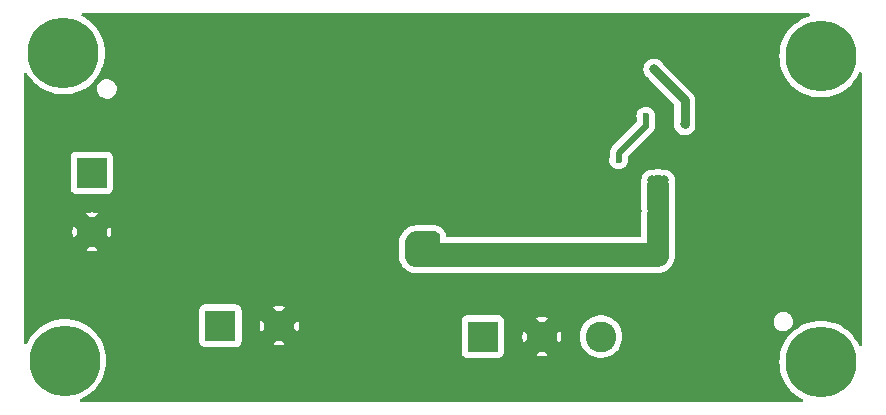
<source format=gbl>
G04 #@! TF.GenerationSoftware,KiCad,Pcbnew,7.0.8*
G04 #@! TF.CreationDate,2023-11-17T13:56:21+01:00*
G04 #@! TF.ProjectId,shmoergh-dual-rail-psu,73686d6f-6572-4676-982d-6475616c2d72,rev?*
G04 #@! TF.SameCoordinates,Original*
G04 #@! TF.FileFunction,Copper,L4,Bot*
G04 #@! TF.FilePolarity,Positive*
%FSLAX46Y46*%
G04 Gerber Fmt 4.6, Leading zero omitted, Abs format (unit mm)*
G04 Created by KiCad (PCBNEW 7.0.8) date 2023-11-17 13:56:21*
%MOMM*%
%LPD*%
G01*
G04 APERTURE LIST*
G04 #@! TA.AperFunction,ComponentPad*
%ADD10C,6.000000*%
G04 #@! TD*
G04 #@! TA.AperFunction,SMDPad,CuDef*
%ADD11R,2.950000X4.500000*%
G04 #@! TD*
G04 #@! TA.AperFunction,ComponentPad*
%ADD12R,2.600000X2.600000*%
G04 #@! TD*
G04 #@! TA.AperFunction,ComponentPad*
%ADD13C,2.600000*%
G04 #@! TD*
G04 #@! TA.AperFunction,ViaPad*
%ADD14C,0.800000*%
G04 #@! TD*
G04 #@! TA.AperFunction,ViaPad*
%ADD15C,0.600000*%
G04 #@! TD*
G04 #@! TA.AperFunction,ViaPad*
%ADD16C,1.000000*%
G04 #@! TD*
G04 #@! TA.AperFunction,Conductor*
%ADD17C,0.750000*%
G04 #@! TD*
G04 #@! TA.AperFunction,Conductor*
%ADD18C,0.500000*%
G04 #@! TD*
G04 APERTURE END LIST*
D10*
X86487000Y-44577000D03*
X86487000Y-18669000D03*
X22352000Y-18415000D03*
X22479000Y-44450000D03*
D11*
X47583600Y-20131400D03*
D12*
X24765000Y-28556000D03*
D13*
X24765000Y-33556000D03*
D12*
X35640000Y-41506000D03*
D13*
X40640000Y-41506000D03*
D12*
X57865000Y-42418000D03*
D13*
X62865000Y-42418000D03*
X67865000Y-42418000D03*
D14*
X84855000Y-22606000D03*
X87346646Y-31768000D03*
X87346646Y-24148000D03*
X87200646Y-38989000D03*
X87346646Y-22479000D03*
X87256646Y-29256000D03*
X87256646Y-26756000D03*
X87256646Y-36756000D03*
X87256646Y-34256000D03*
X26543000Y-17653000D03*
D15*
X67765000Y-24206000D03*
X67765000Y-23356000D03*
X68615000Y-23356000D03*
X69465000Y-23356000D03*
X69465000Y-24206000D03*
X69465000Y-25056000D03*
X68615000Y-25056000D03*
X67765000Y-25056000D03*
D14*
X56715000Y-25506000D03*
X56890000Y-24206000D03*
X60190000Y-22956000D03*
X63640000Y-21781000D03*
X62590000Y-19356000D03*
X66590000Y-17331000D03*
X78815000Y-27356000D03*
X80790000Y-27881000D03*
X80940000Y-25156000D03*
X80940000Y-24256000D03*
X77515000Y-24256000D03*
X77515000Y-25156000D03*
X68715000Y-32906000D03*
X68815000Y-31756000D03*
X52340000Y-43181000D03*
X30090000Y-43331000D03*
X29765000Y-16256000D03*
X32265000Y-16256000D03*
X34765000Y-16256000D03*
X37265000Y-16256000D03*
X59765000Y-16256000D03*
X62265000Y-16256000D03*
X64765000Y-16256000D03*
X67265000Y-16256000D03*
X69765000Y-16256000D03*
X72265000Y-16256000D03*
X74765000Y-16256000D03*
X77265000Y-16256000D03*
X79765000Y-16256000D03*
X82265000Y-16256000D03*
X20265000Y-26756000D03*
X20265000Y-41021000D03*
X20265000Y-39256000D03*
X20265000Y-36756000D03*
X20265000Y-34256000D03*
X20265000Y-29256000D03*
X20265000Y-24256000D03*
X20265000Y-21756000D03*
X32265000Y-45756000D03*
X34765000Y-45756000D03*
X52265000Y-45756000D03*
X82265000Y-45756000D03*
X39765000Y-45756000D03*
X42265000Y-45756000D03*
X64765000Y-45756000D03*
X59765000Y-45756000D03*
X47265000Y-45756000D03*
X49765000Y-45756000D03*
X54765000Y-45756000D03*
X67265000Y-45756000D03*
X27265000Y-45756000D03*
X37265000Y-45756000D03*
X44765000Y-45756000D03*
X69765000Y-45756000D03*
X57265000Y-45756000D03*
X62265000Y-45756000D03*
X79765000Y-45756000D03*
X29765000Y-45756000D03*
X66915000Y-28706000D03*
X68015000Y-28706000D03*
X66915000Y-29756000D03*
X68015000Y-29756000D03*
X66915000Y-30806000D03*
X68015000Y-30806000D03*
X29765000Y-19256000D03*
X29765000Y-21756000D03*
X29765000Y-24256000D03*
X27265000Y-24256000D03*
X24765000Y-24256000D03*
X27686000Y-21844000D03*
X27265000Y-19256000D03*
X24257000Y-22606000D03*
X24765000Y-36756000D03*
X24765000Y-39256000D03*
X32265000Y-31756000D03*
X57265000Y-19256000D03*
X59765000Y-19256000D03*
X59765000Y-21756000D03*
X57265000Y-21756000D03*
X82265000Y-26756000D03*
X84765000Y-34256000D03*
X84765000Y-36756000D03*
X32265000Y-36756000D03*
X84765000Y-26756000D03*
X84765000Y-29256000D03*
X39765000Y-16256000D03*
X57265000Y-16256000D03*
X54765000Y-16256000D03*
X43815000Y-19506000D03*
X41465000Y-19806000D03*
X41465000Y-17706000D03*
X42765000Y-18756000D03*
X46565000Y-18306000D03*
X48665000Y-18306000D03*
X46565000Y-19506000D03*
X48665000Y-19506000D03*
X48665000Y-20806000D03*
X46565000Y-20806000D03*
X46565000Y-22056000D03*
X48665000Y-22056000D03*
X48865000Y-16606000D03*
X50015000Y-16606000D03*
X38315000Y-28306000D03*
X35815000Y-28306000D03*
X37065000Y-26106000D03*
X37065000Y-30506000D03*
X36165000Y-24356000D03*
X37965000Y-24356000D03*
X37065000Y-22456000D03*
X56715000Y-26706000D03*
X70915000Y-31756000D03*
X46415000Y-44056000D03*
X48115000Y-44056000D03*
X76265000Y-39256000D03*
X77665000Y-36106000D03*
X77665000Y-34256000D03*
X22465000Y-24256000D03*
X22465000Y-22606000D03*
X22465000Y-36756000D03*
X22465000Y-38608000D03*
X24765000Y-41021000D03*
X77665000Y-30906000D03*
X35865000Y-21556000D03*
X33515000Y-20756000D03*
X82823000Y-21862000D03*
X82931000Y-31768000D03*
X82931000Y-29228000D03*
X71501000Y-37592000D03*
X82315000Y-18560000D03*
X85598000Y-40640000D03*
X88392000Y-40640000D03*
X84709000Y-38989000D03*
X27265000Y-16256000D03*
X82931000Y-39116000D03*
X22606000Y-40386000D03*
X82931000Y-36703000D03*
X71373900Y-45720800D03*
X84855000Y-24148000D03*
X73787000Y-39370000D03*
X82823000Y-24148000D03*
D15*
X68615000Y-24206000D03*
D14*
X73787000Y-37592000D03*
X82423000Y-43688000D03*
X76454000Y-37592000D03*
X71501000Y-39370000D03*
X82931000Y-34308000D03*
X84855000Y-31768000D03*
X74965000Y-24456000D03*
X72365000Y-19793500D03*
D16*
X52015000Y-34256000D03*
D14*
X73215000Y-30206000D03*
X72190000Y-30206000D03*
D16*
X53515000Y-34256000D03*
D14*
X72190000Y-29181000D03*
D16*
X52015000Y-35756000D03*
D14*
X73215000Y-29181000D03*
D16*
X53515000Y-35756000D03*
D15*
X71665000Y-24556000D03*
X71665000Y-23756000D03*
X69365000Y-27456000D03*
D17*
X74965000Y-22393500D02*
X72365000Y-19793500D01*
X74965000Y-24456000D02*
X74965000Y-22393500D01*
D18*
X69365000Y-27456000D02*
X69365000Y-26856000D01*
X71665000Y-24556000D02*
X71665000Y-23756000D01*
X69365000Y-26856000D02*
X71665000Y-24556000D01*
G04 #@! TA.AperFunction,Conductor*
G36*
X72858109Y-28772557D02*
G01*
X72882326Y-28777373D01*
X73032106Y-28822808D01*
X73054925Y-28832261D01*
X73192958Y-28906041D01*
X73213490Y-28919759D01*
X73334482Y-29019054D01*
X73351945Y-29036517D01*
X73451238Y-29157507D01*
X73464958Y-29178041D01*
X73538738Y-29316074D01*
X73548191Y-29338894D01*
X73593624Y-29488667D01*
X73598442Y-29512892D01*
X73614696Y-29677915D01*
X73615000Y-29684094D01*
X73615000Y-35552905D01*
X73614696Y-35559084D01*
X73597001Y-35738738D01*
X73592183Y-35762962D01*
X73542482Y-35926808D01*
X73533029Y-35949629D01*
X73452318Y-36100627D01*
X73438595Y-36121165D01*
X73329979Y-36253514D01*
X73312514Y-36270979D01*
X73180165Y-36379595D01*
X73159627Y-36393318D01*
X73008629Y-36474029D01*
X72985808Y-36483482D01*
X72821962Y-36533183D01*
X72797738Y-36538001D01*
X72618085Y-36555696D01*
X72611906Y-36556000D01*
X52268094Y-36556000D01*
X52261915Y-36555696D01*
X52082261Y-36538001D01*
X52058037Y-36533183D01*
X51894191Y-36483482D01*
X51871372Y-36474030D01*
X51823011Y-36448180D01*
X51720372Y-36393318D01*
X51699834Y-36379595D01*
X51567485Y-36270979D01*
X51550020Y-36253514D01*
X51441404Y-36121165D01*
X51427681Y-36100627D01*
X51414064Y-36075153D01*
X51346967Y-35949622D01*
X51337520Y-35926815D01*
X51287815Y-35762959D01*
X51282998Y-35738737D01*
X51265304Y-35559084D01*
X51265000Y-35552905D01*
X51265000Y-34509094D01*
X51265304Y-34502915D01*
X51282998Y-34323262D01*
X51287814Y-34299042D01*
X51337521Y-34135181D01*
X51346965Y-34112380D01*
X51427682Y-33961369D01*
X51441398Y-33940842D01*
X51550025Y-33808479D01*
X51567479Y-33791025D01*
X51699842Y-33682398D01*
X51720369Y-33668682D01*
X51871380Y-33587965D01*
X51894181Y-33578521D01*
X52058042Y-33528814D01*
X52082257Y-33523998D01*
X52214385Y-33510985D01*
X52261915Y-33506304D01*
X52268094Y-33506000D01*
X53760867Y-33506000D01*
X53769090Y-33506538D01*
X53877964Y-33520871D01*
X53909731Y-33529383D01*
X53999675Y-33566639D01*
X54028160Y-33583085D01*
X54105393Y-33642349D01*
X54128650Y-33665606D01*
X54187914Y-33742839D01*
X54204361Y-33771326D01*
X54241615Y-33861265D01*
X54250128Y-33893037D01*
X54265000Y-34006000D01*
X54265000Y-34506000D01*
X70764991Y-34506000D01*
X70765000Y-34506000D01*
X71765000Y-34506000D01*
X71765000Y-32074005D01*
X71771167Y-32035068D01*
X71800674Y-31944255D01*
X71820460Y-31756000D01*
X71800674Y-31567744D01*
X71771167Y-31476930D01*
X71765000Y-31437994D01*
X71765000Y-29684094D01*
X71765304Y-29677915D01*
X71781557Y-29512893D01*
X71781558Y-29512892D01*
X71781557Y-29512888D01*
X71786373Y-29488675D01*
X71831809Y-29338889D01*
X71841261Y-29316074D01*
X71858833Y-29283197D01*
X71915044Y-29178035D01*
X71928756Y-29157513D01*
X72028059Y-29036511D01*
X72045511Y-29019059D01*
X72166513Y-28919756D01*
X72187035Y-28906044D01*
X72325074Y-28832261D01*
X72347889Y-28822809D01*
X72497675Y-28777373D01*
X72521888Y-28772557D01*
X72677654Y-28757216D01*
X72702346Y-28757216D01*
X72858109Y-28772557D01*
G37*
G04 #@! TD.AperFunction*
G04 #@! TA.AperFunction,Conductor*
G36*
X85502566Y-15045462D02*
G01*
X85557104Y-15100000D01*
X85577066Y-15174500D01*
X85557104Y-15249000D01*
X85502566Y-15303538D01*
X85466630Y-15318423D01*
X85403805Y-15335256D01*
X85403784Y-15335263D01*
X85061277Y-15466739D01*
X85061261Y-15466746D01*
X84734354Y-15633314D01*
X84734341Y-15633321D01*
X84426634Y-15833148D01*
X84141490Y-16064054D01*
X83882054Y-16323490D01*
X83651148Y-16608634D01*
X83451321Y-16916341D01*
X83451314Y-16916354D01*
X83284746Y-17243261D01*
X83284739Y-17243277D01*
X83153263Y-17585784D01*
X83153256Y-17585805D01*
X83058297Y-17940197D01*
X83058296Y-17940199D01*
X83000897Y-18302601D01*
X82981696Y-18669000D01*
X83000897Y-19035398D01*
X83058296Y-19397800D01*
X83058297Y-19397802D01*
X83153256Y-19752194D01*
X83153263Y-19752215D01*
X83284739Y-20094722D01*
X83284746Y-20094738D01*
X83451314Y-20421645D01*
X83451321Y-20421658D01*
X83637577Y-20708467D01*
X83651149Y-20729366D01*
X83882051Y-21014506D01*
X84141494Y-21273949D01*
X84208858Y-21328499D01*
X84426634Y-21504851D01*
X84734341Y-21704678D01*
X84734345Y-21704680D01*
X84734348Y-21704682D01*
X85061264Y-21871255D01*
X85061276Y-21871259D01*
X85061277Y-21871260D01*
X85403784Y-22002736D01*
X85403794Y-22002739D01*
X85403801Y-22002742D01*
X85758206Y-22097705D01*
X86120596Y-22155102D01*
X86487000Y-22174304D01*
X86853404Y-22155102D01*
X87215794Y-22097705D01*
X87570199Y-22002742D01*
X87912736Y-21871255D01*
X88239652Y-21704682D01*
X88547366Y-21504851D01*
X88832506Y-21273949D01*
X89091949Y-21014506D01*
X89322851Y-20729366D01*
X89522682Y-20421652D01*
X89689255Y-20094736D01*
X89689266Y-20094707D01*
X89689380Y-20094454D01*
X89689428Y-20094393D01*
X89691026Y-20091259D01*
X89691692Y-20091598D01*
X89737917Y-20034513D01*
X89809921Y-20006871D01*
X89886100Y-20018934D01*
X89946041Y-20067471D01*
X89973683Y-20139475D01*
X89974500Y-20155054D01*
X89974500Y-43090945D01*
X89954538Y-43165445D01*
X89900000Y-43219983D01*
X89825500Y-43239945D01*
X89751000Y-43219983D01*
X89696462Y-43165445D01*
X89689386Y-43151558D01*
X89689259Y-43151274D01*
X89689258Y-43151272D01*
X89689255Y-43151264D01*
X89522682Y-42824348D01*
X89522680Y-42824345D01*
X89522678Y-42824341D01*
X89322851Y-42516634D01*
X89091949Y-42231494D01*
X88832506Y-41972051D01*
X88547366Y-41741149D01*
X88547367Y-41741149D01*
X88547365Y-41741148D01*
X88239658Y-41541321D01*
X88239645Y-41541314D01*
X87912738Y-41374746D01*
X87912722Y-41374739D01*
X87570215Y-41243263D01*
X87570194Y-41243256D01*
X87215802Y-41148297D01*
X87215800Y-41148296D01*
X86853398Y-41090897D01*
X86487000Y-41071696D01*
X86120601Y-41090897D01*
X85758199Y-41148296D01*
X85758197Y-41148297D01*
X85403805Y-41243256D01*
X85403784Y-41243263D01*
X85061277Y-41374739D01*
X85061261Y-41374746D01*
X84734354Y-41541314D01*
X84734341Y-41541321D01*
X84426634Y-41741148D01*
X84141490Y-41972054D01*
X83882054Y-42231490D01*
X83651148Y-42516634D01*
X83451321Y-42824341D01*
X83451314Y-42824354D01*
X83284746Y-43151261D01*
X83284739Y-43151277D01*
X83153263Y-43493784D01*
X83153256Y-43493805D01*
X83058297Y-43848197D01*
X83058296Y-43848199D01*
X83000897Y-44210601D01*
X82981696Y-44577000D01*
X83000897Y-44943398D01*
X83058296Y-45305800D01*
X83058297Y-45305802D01*
X83153256Y-45660194D01*
X83153263Y-45660215D01*
X83284739Y-46002722D01*
X83284746Y-46002738D01*
X83451314Y-46329645D01*
X83451321Y-46329658D01*
X83651148Y-46637365D01*
X83651149Y-46637366D01*
X83882051Y-46922506D01*
X84141494Y-47181949D01*
X84426634Y-47412851D01*
X84734341Y-47612678D01*
X84734354Y-47612685D01*
X84891470Y-47692740D01*
X84948787Y-47744349D01*
X84972621Y-47817702D01*
X84956585Y-47893145D01*
X84904976Y-47950462D01*
X84831623Y-47974296D01*
X84823825Y-47974500D01*
X23869190Y-47974500D01*
X23794690Y-47954538D01*
X23740152Y-47900000D01*
X23720190Y-47825500D01*
X23740152Y-47751000D01*
X23794690Y-47696462D01*
X23815783Y-47686400D01*
X23904736Y-47652255D01*
X24231652Y-47485682D01*
X24539366Y-47285851D01*
X24824506Y-47054949D01*
X25083949Y-46795506D01*
X25314851Y-46510366D01*
X25514682Y-46202652D01*
X25681255Y-45875736D01*
X25812742Y-45533199D01*
X25907705Y-45178794D01*
X25965102Y-44816404D01*
X25984304Y-44450000D01*
X25965102Y-44083596D01*
X25914778Y-43765863D01*
X56064500Y-43765863D01*
X56064502Y-43765888D01*
X56070908Y-43825478D01*
X56070909Y-43825484D01*
X56121202Y-43960329D01*
X56121204Y-43960333D01*
X56207452Y-44075544D01*
X56207455Y-44075547D01*
X56322666Y-44161795D01*
X56322670Y-44161797D01*
X56457517Y-44212091D01*
X56517114Y-44218499D01*
X56517118Y-44218499D01*
X56517127Y-44218500D01*
X59212872Y-44218499D01*
X59272483Y-44212091D01*
X59368447Y-44176298D01*
X59407329Y-44161797D01*
X59407333Y-44161795D01*
X59464938Y-44118671D01*
X59522546Y-44075546D01*
X59585017Y-43992096D01*
X59585451Y-43991516D01*
X62352143Y-43991516D01*
X62353544Y-43992095D01*
X62606077Y-44052723D01*
X62865000Y-44073101D01*
X63123922Y-44052723D01*
X63376452Y-43992096D01*
X63376457Y-43992095D01*
X63377854Y-43991516D01*
X62865000Y-43478660D01*
X62352143Y-43991516D01*
X59585451Y-43991516D01*
X59608795Y-43960333D01*
X59608797Y-43960329D01*
X59657542Y-43829635D01*
X59659091Y-43825483D01*
X59660823Y-43809370D01*
X59665499Y-43765885D01*
X59665499Y-43765882D01*
X59665500Y-43765873D01*
X59665499Y-42418000D01*
X61209898Y-42418000D01*
X61230276Y-42676922D01*
X61290903Y-42929453D01*
X61290906Y-42929462D01*
X61291482Y-42930854D01*
X61291483Y-42930854D01*
X61804338Y-42417999D01*
X61763201Y-42376862D01*
X62211127Y-42376862D01*
X62221439Y-42540766D01*
X62272188Y-42696956D01*
X62360186Y-42835619D01*
X62479903Y-42948040D01*
X62623817Y-43027158D01*
X62782886Y-43068000D01*
X62905894Y-43068000D01*
X63027933Y-43052583D01*
X63180629Y-42992126D01*
X63313492Y-42895595D01*
X63418175Y-42769055D01*
X63488100Y-42620457D01*
X63518873Y-42459138D01*
X63516285Y-42417999D01*
X63925660Y-42417999D01*
X64438516Y-42930854D01*
X64439095Y-42929457D01*
X64439096Y-42929452D01*
X64499723Y-42676922D01*
X64520101Y-42418005D01*
X66059451Y-42418005D01*
X66079615Y-42687090D01*
X66079618Y-42687113D01*
X66139663Y-42950187D01*
X66139665Y-42950194D01*
X66218586Y-43151277D01*
X66238257Y-43201398D01*
X66373185Y-43435102D01*
X66373189Y-43435107D01*
X66419982Y-43493784D01*
X66541439Y-43646085D01*
X66739259Y-43829635D01*
X66962226Y-43981651D01*
X67205359Y-44098738D01*
X67463228Y-44178280D01*
X67730071Y-44218500D01*
X67730074Y-44218500D01*
X67999926Y-44218500D01*
X67999929Y-44218500D01*
X68266772Y-44178280D01*
X68524641Y-44098738D01*
X68767775Y-43981651D01*
X68990741Y-43829635D01*
X69188561Y-43646085D01*
X69356815Y-43435102D01*
X69491743Y-43201398D01*
X69590334Y-42950195D01*
X69590826Y-42948040D01*
X69650381Y-42687113D01*
X69650381Y-42687110D01*
X69650383Y-42687103D01*
X69663158Y-42516634D01*
X69670549Y-42418005D01*
X69670549Y-42417994D01*
X69650384Y-42148909D01*
X69650383Y-42148907D01*
X69650383Y-42148897D01*
X69650381Y-42148891D01*
X69650381Y-42148886D01*
X69590336Y-41885812D01*
X69590334Y-41885805D01*
X69542890Y-41764922D01*
X69491743Y-41634602D01*
X69356815Y-41400898D01*
X69188561Y-41189915D01*
X69094879Y-41102991D01*
X82481844Y-41102991D01*
X82491577Y-41282495D01*
X82491577Y-41282499D01*
X82491578Y-41282501D01*
X82517190Y-41374746D01*
X82539672Y-41455720D01*
X82539672Y-41455721D01*
X82623881Y-41614556D01*
X82623882Y-41614558D01*
X82740262Y-41751571D01*
X82740265Y-41751574D01*
X82815600Y-41808842D01*
X82879022Y-41857055D01*
X82883382Y-41860369D01*
X83046541Y-41935854D01*
X83222113Y-41974500D01*
X83222118Y-41974500D01*
X83356807Y-41974500D01*
X83356816Y-41974500D01*
X83490721Y-41959937D01*
X83598510Y-41923619D01*
X83661083Y-41902536D01*
X83661090Y-41902532D01*
X83815121Y-41809854D01*
X83815120Y-41809854D01*
X83815126Y-41809851D01*
X83945642Y-41686220D01*
X84046529Y-41537423D01*
X84113070Y-41370416D01*
X84142155Y-41193010D01*
X84132422Y-41013499D01*
X84084327Y-40840277D01*
X84000119Y-40681444D01*
X84000117Y-40681442D01*
X84000117Y-40681441D01*
X83883737Y-40544428D01*
X83883736Y-40544427D01*
X83883735Y-40544426D01*
X83807068Y-40486145D01*
X83740620Y-40435632D01*
X83740616Y-40435630D01*
X83577459Y-40360146D01*
X83401887Y-40321500D01*
X83267184Y-40321500D01*
X83267183Y-40321500D01*
X83133275Y-40336063D01*
X83133273Y-40336064D01*
X82962916Y-40393463D01*
X82962909Y-40393467D01*
X82808878Y-40486145D01*
X82747349Y-40544428D01*
X82678358Y-40609780D01*
X82577471Y-40758577D01*
X82577469Y-40758579D01*
X82577469Y-40758581D01*
X82510930Y-40925583D01*
X82481845Y-41102990D01*
X82481844Y-41102991D01*
X69094879Y-41102991D01*
X68990741Y-41006365D01*
X68767775Y-40854349D01*
X68767772Y-40854348D01*
X68767770Y-40854346D01*
X68524650Y-40737266D01*
X68524646Y-40737264D01*
X68524641Y-40737262D01*
X68524633Y-40737259D01*
X68524629Y-40737258D01*
X68266777Y-40657721D01*
X68266773Y-40657720D01*
X67999932Y-40617500D01*
X67999929Y-40617500D01*
X67730071Y-40617500D01*
X67730067Y-40617500D01*
X67463226Y-40657720D01*
X67463222Y-40657721D01*
X67205370Y-40737258D01*
X67205349Y-40737266D01*
X66962227Y-40854348D01*
X66739259Y-41006364D01*
X66541438Y-41189915D01*
X66373189Y-41400892D01*
X66373184Y-41400900D01*
X66238257Y-41634601D01*
X66238255Y-41634606D01*
X66139665Y-41885805D01*
X66139663Y-41885812D01*
X66079618Y-42148886D01*
X66079615Y-42148909D01*
X66059451Y-42417994D01*
X66059451Y-42418005D01*
X64520101Y-42418005D01*
X64520101Y-42418000D01*
X64499723Y-42159077D01*
X64439095Y-41906544D01*
X64438515Y-41905143D01*
X63925660Y-42417999D01*
X63516285Y-42417999D01*
X63508561Y-42295234D01*
X63457812Y-42139044D01*
X63369814Y-42000381D01*
X63250097Y-41887960D01*
X63106183Y-41808842D01*
X62947114Y-41768000D01*
X62824106Y-41768000D01*
X62702067Y-41783417D01*
X62549371Y-41843874D01*
X62416508Y-41940405D01*
X62311825Y-42066945D01*
X62241900Y-42215543D01*
X62211127Y-42376862D01*
X61763201Y-42376862D01*
X61291483Y-41905144D01*
X61290901Y-41906553D01*
X61230276Y-42159077D01*
X61209898Y-42418000D01*
X59665499Y-42418000D01*
X59665499Y-41070128D01*
X59659091Y-41010517D01*
X59641703Y-40963897D01*
X59608797Y-40875670D01*
X59608795Y-40875666D01*
X59585451Y-40844483D01*
X62352144Y-40844483D01*
X62864999Y-41357338D01*
X63377854Y-40844483D01*
X63377854Y-40844482D01*
X63376462Y-40843906D01*
X63376453Y-40843903D01*
X63123922Y-40783276D01*
X62865000Y-40762898D01*
X62606077Y-40783276D01*
X62353553Y-40843901D01*
X62352144Y-40844483D01*
X59585451Y-40844483D01*
X59522547Y-40760455D01*
X59522544Y-40760452D01*
X59407333Y-40674204D01*
X59407329Y-40674202D01*
X59272482Y-40623908D01*
X59212876Y-40617500D01*
X56517136Y-40617500D01*
X56517111Y-40617502D01*
X56457521Y-40623908D01*
X56457515Y-40623909D01*
X56322670Y-40674202D01*
X56322666Y-40674204D01*
X56207455Y-40760452D01*
X56207452Y-40760455D01*
X56121204Y-40875666D01*
X56121202Y-40875670D01*
X56070908Y-41010517D01*
X56064500Y-41070114D01*
X56064500Y-43765863D01*
X25914778Y-43765863D01*
X25907705Y-43721206D01*
X25812742Y-43366801D01*
X25812739Y-43366794D01*
X25812736Y-43366784D01*
X25681260Y-43024277D01*
X25681259Y-43024276D01*
X25681255Y-43024264D01*
X25594431Y-42853863D01*
X33839500Y-42853863D01*
X33839502Y-42853888D01*
X33845908Y-42913478D01*
X33845909Y-42913484D01*
X33896202Y-43048329D01*
X33896204Y-43048333D01*
X33982452Y-43163544D01*
X33982455Y-43163547D01*
X34097666Y-43249795D01*
X34097670Y-43249797D01*
X34232517Y-43300091D01*
X34292114Y-43306499D01*
X34292118Y-43306499D01*
X34292127Y-43306500D01*
X36987872Y-43306499D01*
X37047483Y-43300091D01*
X37143447Y-43264298D01*
X37182329Y-43249797D01*
X37182333Y-43249795D01*
X37295009Y-43165445D01*
X37297546Y-43163546D01*
X37360017Y-43080096D01*
X37360451Y-43079516D01*
X40127143Y-43079516D01*
X40128544Y-43080095D01*
X40381077Y-43140723D01*
X40640000Y-43161101D01*
X40898922Y-43140723D01*
X41151452Y-43080096D01*
X41151457Y-43080095D01*
X41152854Y-43079516D01*
X40640000Y-42566660D01*
X40127143Y-43079516D01*
X37360451Y-43079516D01*
X37383795Y-43048333D01*
X37383797Y-43048329D01*
X37420398Y-42950195D01*
X37434091Y-42913483D01*
X37436014Y-42895595D01*
X37440499Y-42853885D01*
X37440499Y-42853882D01*
X37440500Y-42853873D01*
X37440499Y-41506000D01*
X38984898Y-41506000D01*
X39005276Y-41764922D01*
X39065903Y-42017453D01*
X39065906Y-42017462D01*
X39066482Y-42018854D01*
X39066483Y-42018854D01*
X39579338Y-41505999D01*
X39538201Y-41464862D01*
X39986127Y-41464862D01*
X39996439Y-41628766D01*
X40047188Y-41784956D01*
X40135186Y-41923619D01*
X40254903Y-42036040D01*
X40398817Y-42115158D01*
X40557886Y-42156000D01*
X40680894Y-42156000D01*
X40802933Y-42140583D01*
X40955629Y-42080126D01*
X41088492Y-41983595D01*
X41193175Y-41857055D01*
X41263100Y-41708457D01*
X41293873Y-41547138D01*
X41291285Y-41505999D01*
X41700660Y-41505999D01*
X42213516Y-42018854D01*
X42214095Y-42017457D01*
X42214096Y-42017452D01*
X42274723Y-41764922D01*
X42295101Y-41506000D01*
X42274723Y-41247077D01*
X42214095Y-40994544D01*
X42213515Y-40993143D01*
X41700660Y-41505999D01*
X41291285Y-41505999D01*
X41283561Y-41383234D01*
X41232812Y-41227044D01*
X41144814Y-41088381D01*
X41025097Y-40975960D01*
X40881183Y-40896842D01*
X40722114Y-40856000D01*
X40599106Y-40856000D01*
X40477067Y-40871417D01*
X40324371Y-40931874D01*
X40191508Y-41028405D01*
X40086825Y-41154945D01*
X40016900Y-41303543D01*
X39986127Y-41464862D01*
X39538201Y-41464862D01*
X39066483Y-40993144D01*
X39065901Y-40994553D01*
X39005276Y-41247077D01*
X38984898Y-41506000D01*
X37440499Y-41506000D01*
X37440499Y-40158128D01*
X37434091Y-40098517D01*
X37419588Y-40059633D01*
X37383797Y-39963670D01*
X37383795Y-39963666D01*
X37360451Y-39932483D01*
X40127144Y-39932483D01*
X40639999Y-40445338D01*
X41152854Y-39932483D01*
X41152854Y-39932482D01*
X41151462Y-39931906D01*
X41151453Y-39931903D01*
X40898922Y-39871276D01*
X40640000Y-39850898D01*
X40381077Y-39871276D01*
X40128553Y-39931901D01*
X40127144Y-39932483D01*
X37360451Y-39932483D01*
X37297547Y-39848455D01*
X37297544Y-39848452D01*
X37182333Y-39762204D01*
X37182329Y-39762202D01*
X37047482Y-39711908D01*
X36987876Y-39705500D01*
X34292136Y-39705500D01*
X34292111Y-39705502D01*
X34232521Y-39711908D01*
X34232515Y-39711909D01*
X34097670Y-39762202D01*
X34097666Y-39762204D01*
X33982455Y-39848452D01*
X33982452Y-39848455D01*
X33896204Y-39963666D01*
X33896202Y-39963670D01*
X33845908Y-40098517D01*
X33839500Y-40158114D01*
X33839500Y-42853863D01*
X25594431Y-42853863D01*
X25514682Y-42697348D01*
X25514680Y-42697345D01*
X25514678Y-42697341D01*
X25314851Y-42389634D01*
X25238407Y-42295234D01*
X25083949Y-42104494D01*
X24824506Y-41845051D01*
X24564622Y-41634601D01*
X24539365Y-41614148D01*
X24231658Y-41414321D01*
X24231645Y-41414314D01*
X23904738Y-41247746D01*
X23904722Y-41247739D01*
X23562215Y-41116263D01*
X23562194Y-41116256D01*
X23207802Y-41021297D01*
X23207800Y-41021296D01*
X23158603Y-41013504D01*
X23026599Y-40992596D01*
X22845398Y-40963897D01*
X22479000Y-40944696D01*
X22112601Y-40963897D01*
X21750199Y-41021296D01*
X21750197Y-41021297D01*
X21395805Y-41116256D01*
X21395784Y-41116263D01*
X21053277Y-41247739D01*
X21053261Y-41247746D01*
X20726354Y-41414314D01*
X20726341Y-41414321D01*
X20418634Y-41614148D01*
X20133490Y-41845054D01*
X19874054Y-42104490D01*
X19643148Y-42389634D01*
X19443321Y-42697341D01*
X19443314Y-42697354D01*
X19363564Y-42853873D01*
X19314486Y-42950195D01*
X19307260Y-42964376D01*
X19255651Y-43021693D01*
X19182298Y-43045527D01*
X19106855Y-43029491D01*
X19049538Y-42977882D01*
X19025704Y-42904529D01*
X19025500Y-42896731D01*
X19025500Y-35559118D01*
X50759500Y-35559118D01*
X50759805Y-35571540D01*
X50760719Y-35590111D01*
X50761631Y-35602466D01*
X50781148Y-35800628D01*
X50784787Y-35825168D01*
X50789616Y-35849450D01*
X50794444Y-35873729D01*
X50800479Y-35897821D01*
X50857389Y-36085429D01*
X50865751Y-36108801D01*
X50865751Y-36108799D01*
X50884695Y-36154534D01*
X50895306Y-36176969D01*
X50895310Y-36176976D01*
X50895310Y-36176977D01*
X50920381Y-36223881D01*
X50987718Y-36349858D01*
X51000471Y-36371137D01*
X51027985Y-36412317D01*
X51027985Y-36412316D01*
X51042767Y-36432248D01*
X51042767Y-36432247D01*
X51042775Y-36432258D01*
X51167136Y-36583792D01*
X51183803Y-36602182D01*
X51218817Y-36637196D01*
X51237207Y-36653863D01*
X51388741Y-36778224D01*
X51388752Y-36778232D01*
X51388751Y-36778232D01*
X51403132Y-36788897D01*
X51408676Y-36793009D01*
X51408679Y-36793011D01*
X51408678Y-36793011D01*
X51449838Y-36820513D01*
X51449843Y-36820516D01*
X51449849Y-36820520D01*
X51471136Y-36833279D01*
X51597111Y-36900615D01*
X51644015Y-36925686D01*
X51644016Y-36925686D01*
X51644023Y-36925690D01*
X51666460Y-36936302D01*
X51666462Y-36936303D01*
X51712206Y-36955251D01*
X51712205Y-36955251D01*
X51726116Y-36960228D01*
X51735579Y-36963614D01*
X51735584Y-36963615D01*
X51735591Y-36963618D01*
X51923174Y-37020519D01*
X51947258Y-37026552D01*
X51995820Y-37036210D01*
X52020352Y-37039849D01*
X52020354Y-37039849D01*
X52020365Y-37039851D01*
X52218531Y-37059369D01*
X52230887Y-37060281D01*
X52249459Y-37061195D01*
X52261881Y-37061500D01*
X72618119Y-37061500D01*
X72630541Y-37061195D01*
X72649113Y-37060281D01*
X72661469Y-37059369D01*
X72859634Y-37039851D01*
X72859644Y-37039849D01*
X72859647Y-37039849D01*
X72884179Y-37036210D01*
X72932741Y-37026552D01*
X72956825Y-37020519D01*
X73144421Y-36963614D01*
X73161824Y-36957386D01*
X73167801Y-36955248D01*
X73167798Y-36955249D01*
X73194597Y-36944148D01*
X73213544Y-36936300D01*
X73235979Y-36925689D01*
X73235986Y-36925685D01*
X73235987Y-36925685D01*
X73408848Y-36833287D01*
X73408847Y-36833287D01*
X73408863Y-36833279D01*
X73430150Y-36820520D01*
X73430155Y-36820516D01*
X73430161Y-36820513D01*
X73471321Y-36793011D01*
X73471320Y-36793011D01*
X73471323Y-36793009D01*
X73476866Y-36788897D01*
X73491248Y-36778232D01*
X73491247Y-36778232D01*
X73491258Y-36778224D01*
X73642792Y-36653863D01*
X73661182Y-36637196D01*
X73696196Y-36602182D01*
X73712863Y-36583792D01*
X73837224Y-36432258D01*
X73837232Y-36432247D01*
X73837232Y-36432248D01*
X73852011Y-36412320D01*
X73852011Y-36412321D01*
X73879513Y-36371161D01*
X73879520Y-36371150D01*
X73892279Y-36349863D01*
X73984689Y-36176979D01*
X73995300Y-36154544D01*
X74001369Y-36139891D01*
X74014248Y-36108801D01*
X74016386Y-36102824D01*
X74022614Y-36085421D01*
X74079520Y-35897821D01*
X74085551Y-35873744D01*
X74085554Y-35873732D01*
X74095210Y-35825179D01*
X74095210Y-35825177D01*
X74095212Y-35825168D01*
X74098851Y-35800634D01*
X74118369Y-35602468D01*
X74119281Y-35590112D01*
X74120195Y-35571540D01*
X74120500Y-35559118D01*
X74120500Y-29677881D01*
X74120195Y-29665459D01*
X74119281Y-29646887D01*
X74118369Y-29634531D01*
X74100292Y-29450997D01*
X74097222Y-29430304D01*
X74101674Y-29377452D01*
X74099050Y-29376895D01*
X74100672Y-29369261D01*
X74100674Y-29369256D01*
X74120460Y-29181000D01*
X74100674Y-28992744D01*
X74042179Y-28812716D01*
X73947533Y-28648784D01*
X73947532Y-28648783D01*
X73947530Y-28648779D01*
X73820872Y-28508113D01*
X73667727Y-28396847D01*
X73494805Y-28319857D01*
X73494803Y-28319856D01*
X73374091Y-28294198D01*
X73309648Y-28280500D01*
X73309646Y-28280500D01*
X73120354Y-28280500D01*
X73120350Y-28280500D01*
X73077677Y-28289570D01*
X73010498Y-28288361D01*
X73003846Y-28286695D01*
X72993099Y-28284003D01*
X72993096Y-28284002D01*
X72960878Y-28277595D01*
X72944540Y-28274346D01*
X72920000Y-28270707D01*
X72739543Y-28252934D01*
X72739544Y-28252934D01*
X72733346Y-28252629D01*
X72714755Y-28251716D01*
X72665245Y-28251716D01*
X72640457Y-28252934D01*
X72552820Y-28261565D01*
X72459983Y-28270708D01*
X72459984Y-28270708D01*
X72450837Y-28272065D01*
X72435445Y-28274348D01*
X72386891Y-28284006D01*
X72386882Y-28284008D01*
X72386878Y-28284009D01*
X72386868Y-28284011D01*
X72380956Y-28285491D01*
X72313797Y-28286695D01*
X72284650Y-28280500D01*
X72284646Y-28280500D01*
X72095354Y-28280500D01*
X72095352Y-28280500D01*
X72030909Y-28294198D01*
X71910197Y-28319856D01*
X71910195Y-28319856D01*
X71910194Y-28319857D01*
X71737272Y-28396847D01*
X71584127Y-28508113D01*
X71457469Y-28648779D01*
X71362822Y-28812714D01*
X71362819Y-28812721D01*
X71304325Y-28992745D01*
X71284540Y-29180999D01*
X71298864Y-29317292D01*
X71295217Y-29369062D01*
X71295167Y-29369261D01*
X71293006Y-29377891D01*
X71283348Y-29426445D01*
X71281065Y-29441837D01*
X71279709Y-29450983D01*
X71279707Y-29450994D01*
X71261631Y-29634531D01*
X71261631Y-29634535D01*
X71260719Y-29646890D01*
X71259805Y-29665459D01*
X71259500Y-29677881D01*
X71259500Y-31437991D01*
X71265724Y-31517071D01*
X71271890Y-31556007D01*
X71290409Y-31633142D01*
X71290410Y-31633144D01*
X71298657Y-31658529D01*
X71305132Y-31688992D01*
X71310538Y-31740422D01*
X71310538Y-31771574D01*
X71305132Y-31823006D01*
X71298657Y-31853468D01*
X71290851Y-31877494D01*
X71290408Y-31878860D01*
X71271891Y-31955991D01*
X71271891Y-31955994D01*
X71271890Y-31955994D01*
X71268044Y-31980275D01*
X71267787Y-31981906D01*
X71265724Y-31994930D01*
X71259500Y-32074008D01*
X71259500Y-33851500D01*
X71239538Y-33926000D01*
X71185000Y-33980538D01*
X71110500Y-34000500D01*
X54904807Y-34000500D01*
X54830307Y-33980538D01*
X54775769Y-33926000D01*
X54757082Y-33870949D01*
X54749705Y-33814922D01*
X54749143Y-33810650D01*
X54749083Y-33810353D01*
X54742689Y-33778198D01*
X54737399Y-33758457D01*
X54725608Y-33714450D01*
X54724821Y-33712133D01*
X54724187Y-33710264D01*
X54714969Y-33683108D01*
X54665049Y-33562591D01*
X54650411Y-33532907D01*
X54650408Y-33532901D01*
X54650409Y-33532902D01*
X54617415Y-33475757D01*
X54617414Y-33475756D01*
X54599028Y-33448239D01*
X54599026Y-33448236D01*
X54568259Y-33408140D01*
X54519620Y-33344753D01*
X54497790Y-33319861D01*
X54451138Y-33273209D01*
X54426246Y-33251379D01*
X54322759Y-33171970D01*
X54309096Y-33162841D01*
X54295252Y-33153590D01*
X54295251Y-33153590D01*
X54295244Y-33153585D01*
X54265304Y-33136299D01*
X54238100Y-33120592D01*
X54208412Y-33105951D01*
X54208413Y-33105952D01*
X54208411Y-33105951D01*
X54087889Y-33056029D01*
X54056549Y-33045391D01*
X54056550Y-33045391D01*
X53992824Y-33028315D01*
X53992823Y-33028314D01*
X53960355Y-33021856D01*
X53960356Y-33021856D01*
X53960353Y-33021855D01*
X53960350Y-33021855D01*
X53901098Y-33014054D01*
X53826855Y-33004281D01*
X53823607Y-33003961D01*
X53810361Y-33002657D01*
X53785630Y-33001039D01*
X53769124Y-33000500D01*
X52261881Y-33000500D01*
X52249459Y-33000805D01*
X52230888Y-33001719D01*
X52218534Y-33002631D01*
X52020365Y-33022148D01*
X52020358Y-33022149D01*
X52020356Y-33022149D01*
X51995830Y-33025786D01*
X51947268Y-33035444D01*
X51947269Y-33035444D01*
X51923177Y-33041479D01*
X51910281Y-33045391D01*
X51735569Y-33098389D01*
X51735562Y-33098391D01*
X51735557Y-33098393D01*
X51714435Y-33105951D01*
X51712205Y-33106749D01*
X51666475Y-33125690D01*
X51644035Y-33136303D01*
X51471133Y-33228721D01*
X51471130Y-33228723D01*
X51471131Y-33228722D01*
X51467601Y-33230838D01*
X51449843Y-33241482D01*
X51449842Y-33241483D01*
X51408677Y-33268988D01*
X51408676Y-33268989D01*
X51388758Y-33283761D01*
X51388759Y-33283761D01*
X51388748Y-33283769D01*
X51237201Y-33408140D01*
X51218811Y-33424808D01*
X51183808Y-33459811D01*
X51167140Y-33478201D01*
X51042769Y-33629748D01*
X51042761Y-33629759D01*
X51042761Y-33629758D01*
X51028787Y-33648599D01*
X51027986Y-33649680D01*
X51000482Y-33690843D01*
X50987721Y-33712133D01*
X50895303Y-33885035D01*
X50884690Y-33907475D01*
X50865749Y-33953205D01*
X50865745Y-33953214D01*
X50865745Y-33953216D01*
X50857391Y-33976563D01*
X50857391Y-33976562D01*
X50800476Y-34164184D01*
X50800476Y-34164185D01*
X50794442Y-34188277D01*
X50784786Y-34236840D01*
X50781148Y-34261374D01*
X50761631Y-34459533D01*
X50760719Y-34471888D01*
X50759805Y-34490459D01*
X50759500Y-34502881D01*
X50759500Y-35559118D01*
X19025500Y-35559118D01*
X19025500Y-35129516D01*
X24252143Y-35129516D01*
X24253544Y-35130095D01*
X24506077Y-35190723D01*
X24765000Y-35211101D01*
X25023922Y-35190723D01*
X25276452Y-35130096D01*
X25276457Y-35130095D01*
X25277854Y-35129516D01*
X24765000Y-34616660D01*
X24252143Y-35129516D01*
X19025500Y-35129516D01*
X19025500Y-33556000D01*
X23109898Y-33556000D01*
X23130276Y-33814922D01*
X23190903Y-34067453D01*
X23190906Y-34067462D01*
X23191482Y-34068854D01*
X23191483Y-34068854D01*
X23704338Y-33555999D01*
X23663201Y-33514862D01*
X24111127Y-33514862D01*
X24121439Y-33678766D01*
X24172188Y-33834956D01*
X24260186Y-33973619D01*
X24379903Y-34086040D01*
X24523817Y-34165158D01*
X24682886Y-34206000D01*
X24805894Y-34206000D01*
X24927933Y-34190583D01*
X25080629Y-34130126D01*
X25213492Y-34033595D01*
X25318175Y-33907055D01*
X25388100Y-33758457D01*
X25418873Y-33597138D01*
X25416285Y-33555999D01*
X25825660Y-33555999D01*
X26338516Y-34068854D01*
X26339095Y-34067457D01*
X26339096Y-34067452D01*
X26399723Y-33814922D01*
X26420101Y-33556000D01*
X26399723Y-33297077D01*
X26339095Y-33044544D01*
X26338515Y-33043143D01*
X25825660Y-33555999D01*
X25416285Y-33555999D01*
X25408561Y-33433234D01*
X25357812Y-33277044D01*
X25269814Y-33138381D01*
X25150097Y-33025960D01*
X25006183Y-32946842D01*
X24847114Y-32906000D01*
X24724106Y-32906000D01*
X24602067Y-32921417D01*
X24449371Y-32981874D01*
X24316508Y-33078405D01*
X24211825Y-33204945D01*
X24141900Y-33353543D01*
X24111127Y-33514862D01*
X23663201Y-33514862D01*
X23191483Y-33043144D01*
X23190901Y-33044553D01*
X23130276Y-33297077D01*
X23109898Y-33556000D01*
X19025500Y-33556000D01*
X19025500Y-31982483D01*
X24252144Y-31982483D01*
X24764999Y-32495338D01*
X25277854Y-31982483D01*
X25277854Y-31982482D01*
X25276462Y-31981906D01*
X25276453Y-31981903D01*
X25023922Y-31921276D01*
X24765000Y-31900898D01*
X24506077Y-31921276D01*
X24253553Y-31981901D01*
X24252144Y-31982483D01*
X19025500Y-31982483D01*
X19025500Y-29903863D01*
X22964500Y-29903863D01*
X22964502Y-29903888D01*
X22970908Y-29963478D01*
X22970909Y-29963484D01*
X23021202Y-30098329D01*
X23021204Y-30098333D01*
X23107452Y-30213544D01*
X23107455Y-30213547D01*
X23222666Y-30299795D01*
X23222670Y-30299797D01*
X23357517Y-30350091D01*
X23417114Y-30356499D01*
X23417118Y-30356499D01*
X23417127Y-30356500D01*
X26112872Y-30356499D01*
X26172483Y-30350091D01*
X26268447Y-30314298D01*
X26307329Y-30299797D01*
X26307333Y-30299795D01*
X26364938Y-30256671D01*
X26422546Y-30213546D01*
X26508796Y-30098331D01*
X26559091Y-29963483D01*
X26560823Y-29947370D01*
X26565499Y-29903885D01*
X26565499Y-29903882D01*
X26565500Y-29903873D01*
X26565499Y-27456001D01*
X68559435Y-27456001D01*
X68579631Y-27635252D01*
X68579631Y-27635254D01*
X68579632Y-27635255D01*
X68639211Y-27805522D01*
X68735184Y-27958262D01*
X68862738Y-28085816D01*
X69015478Y-28181789D01*
X69185745Y-28241368D01*
X69275372Y-28251466D01*
X69364999Y-28261565D01*
X69365000Y-28261565D01*
X69365001Y-28261565D01*
X69409813Y-28256515D01*
X69544255Y-28241368D01*
X69714522Y-28181789D01*
X69867262Y-28085816D01*
X69994816Y-27958262D01*
X70090789Y-27805522D01*
X70150368Y-27635255D01*
X70170565Y-27456000D01*
X70150368Y-27276745D01*
X70143768Y-27257885D01*
X70138006Y-27180974D01*
X70171471Y-27111484D01*
X70179036Y-27103330D01*
X71969725Y-25312640D01*
X72010439Y-25283754D01*
X72014510Y-25281793D01*
X72014522Y-25281789D01*
X72167262Y-25185816D01*
X72294816Y-25058262D01*
X72390789Y-24905522D01*
X72450368Y-24735255D01*
X72470565Y-24556000D01*
X72450368Y-24376745D01*
X72441117Y-24350307D01*
X72423861Y-24300990D01*
X72415500Y-24251780D01*
X72415500Y-24060219D01*
X72423861Y-24011009D01*
X72435066Y-23978983D01*
X72450368Y-23935255D01*
X72470565Y-23756000D01*
X72450368Y-23576745D01*
X72390789Y-23406478D01*
X72294816Y-23253738D01*
X72167262Y-23126184D01*
X72014522Y-23030211D01*
X71844255Y-22970632D01*
X71844254Y-22970631D01*
X71844253Y-22970631D01*
X71665001Y-22950435D01*
X71664999Y-22950435D01*
X71485747Y-22970631D01*
X71315477Y-23030211D01*
X71162738Y-23126184D01*
X71035184Y-23253738D01*
X70939211Y-23406477D01*
X70879631Y-23576747D01*
X70859435Y-23755998D01*
X70859435Y-23756001D01*
X70879631Y-23935253D01*
X70879632Y-23935256D01*
X70906139Y-24011009D01*
X70914500Y-24060219D01*
X70914500Y-24183413D01*
X70894538Y-24257913D01*
X70870859Y-24288772D01*
X68880646Y-26278984D01*
X68864269Y-26293137D01*
X68846470Y-26306389D01*
X68813245Y-26345984D01*
X68808862Y-26350768D01*
X68803415Y-26356216D01*
X68803403Y-26356230D01*
X68783059Y-26381959D01*
X68733697Y-26440787D01*
X68728930Y-26448035D01*
X68728684Y-26447873D01*
X68726192Y-26451786D01*
X68726442Y-26451941D01*
X68721890Y-26459320D01*
X68689423Y-26528942D01*
X68654960Y-26597566D01*
X68651992Y-26605720D01*
X68651712Y-26605618D01*
X68650190Y-26609997D01*
X68650472Y-26610091D01*
X68647743Y-26618324D01*
X68641800Y-26647104D01*
X68632207Y-26693565D01*
X68620985Y-26740915D01*
X68614498Y-26768285D01*
X68613492Y-26776899D01*
X68613196Y-26776864D01*
X68612725Y-26781468D01*
X68613023Y-26781494D01*
X68612266Y-26790145D01*
X68614500Y-26866916D01*
X68614500Y-27151780D01*
X68606139Y-27200990D01*
X68579632Y-27276743D01*
X68579631Y-27276746D01*
X68559435Y-27455998D01*
X68559435Y-27456001D01*
X26565499Y-27456001D01*
X26565499Y-27208128D01*
X26559091Y-27148517D01*
X26542233Y-27103317D01*
X26508797Y-27013670D01*
X26508795Y-27013666D01*
X26422547Y-26898455D01*
X26422544Y-26898452D01*
X26307333Y-26812204D01*
X26307329Y-26812202D01*
X26172482Y-26761908D01*
X26112876Y-26755500D01*
X23417136Y-26755500D01*
X23417111Y-26755502D01*
X23357521Y-26761908D01*
X23357515Y-26761909D01*
X23222670Y-26812202D01*
X23222666Y-26812204D01*
X23107455Y-26898452D01*
X23107452Y-26898455D01*
X23021204Y-27013666D01*
X23021202Y-27013670D01*
X22970908Y-27148517D01*
X22964500Y-27208114D01*
X22964500Y-29903863D01*
X19025500Y-29903863D01*
X19025500Y-20217519D01*
X19045462Y-20143019D01*
X19100000Y-20088481D01*
X19174500Y-20068519D01*
X19249000Y-20088481D01*
X19303538Y-20143019D01*
X19307261Y-20149877D01*
X19316310Y-20167639D01*
X19316321Y-20167658D01*
X19516148Y-20475365D01*
X19516149Y-20475366D01*
X19747051Y-20760506D01*
X20006494Y-21019949D01*
X20173613Y-21155279D01*
X20291634Y-21250851D01*
X20599341Y-21450678D01*
X20599345Y-21450680D01*
X20599348Y-21450682D01*
X20926264Y-21617255D01*
X20926276Y-21617259D01*
X20926277Y-21617260D01*
X21268784Y-21748736D01*
X21268794Y-21748739D01*
X21268801Y-21748742D01*
X21623206Y-21843705D01*
X21985596Y-21901102D01*
X22352000Y-21920304D01*
X22718404Y-21901102D01*
X23080794Y-21843705D01*
X23435199Y-21748742D01*
X23777736Y-21617255D01*
X24104652Y-21450682D01*
X24154992Y-21417991D01*
X25204844Y-21417991D01*
X25214577Y-21597495D01*
X25214578Y-21597500D01*
X25262672Y-21770720D01*
X25262672Y-21770721D01*
X25346881Y-21929556D01*
X25346882Y-21929558D01*
X25463262Y-22066571D01*
X25463265Y-22066574D01*
X25539927Y-22124851D01*
X25604979Y-22174303D01*
X25606382Y-22175369D01*
X25769541Y-22250854D01*
X25945113Y-22289500D01*
X25945118Y-22289500D01*
X26079807Y-22289500D01*
X26079816Y-22289500D01*
X26213721Y-22274937D01*
X26297468Y-22246719D01*
X26384083Y-22217536D01*
X26384090Y-22217532D01*
X26538121Y-22124854D01*
X26538120Y-22124854D01*
X26538126Y-22124851D01*
X26668642Y-22001220D01*
X26769529Y-21852423D01*
X26836070Y-21685416D01*
X26865155Y-21508010D01*
X26862046Y-21450678D01*
X26855422Y-21328504D01*
X26855422Y-21328499D01*
X26807327Y-21155277D01*
X26723119Y-20996444D01*
X26723117Y-20996442D01*
X26723117Y-20996441D01*
X26606737Y-20859428D01*
X26606736Y-20859427D01*
X26606735Y-20859426D01*
X26530068Y-20801145D01*
X26463620Y-20750632D01*
X26463616Y-20750630D01*
X26300459Y-20675146D01*
X26124887Y-20636500D01*
X25990184Y-20636500D01*
X25990183Y-20636500D01*
X25856275Y-20651063D01*
X25856273Y-20651064D01*
X25685916Y-20708463D01*
X25685909Y-20708467D01*
X25531878Y-20801145D01*
X25470349Y-20859428D01*
X25401358Y-20924780D01*
X25300471Y-21073577D01*
X25300469Y-21073579D01*
X25300469Y-21073581D01*
X25233930Y-21240583D01*
X25204845Y-21417990D01*
X25204844Y-21417991D01*
X24154992Y-21417991D01*
X24412366Y-21250851D01*
X24697506Y-21019949D01*
X24956949Y-20760506D01*
X25187851Y-20475366D01*
X25387682Y-20167652D01*
X25554255Y-19840736D01*
X25572387Y-19793500D01*
X71459540Y-19793500D01*
X71479325Y-19981754D01*
X71516036Y-20094738D01*
X71537821Y-20161784D01*
X71570000Y-20217519D01*
X71632469Y-20325720D01*
X71759127Y-20466386D01*
X71759129Y-20466388D01*
X71898165Y-20567403D01*
X71915944Y-20582588D01*
X74045859Y-22712503D01*
X74084423Y-22779298D01*
X74089500Y-22817862D01*
X74089500Y-24212831D01*
X74082208Y-24258873D01*
X74079325Y-24267743D01*
X74059540Y-24456000D01*
X74079325Y-24644254D01*
X74137819Y-24824278D01*
X74137821Y-24824284D01*
X74137822Y-24824285D01*
X74232469Y-24988220D01*
X74359127Y-25128886D01*
X74359129Y-25128888D01*
X74512270Y-25240151D01*
X74685197Y-25317144D01*
X74826315Y-25347139D01*
X74870352Y-25356500D01*
X74870354Y-25356500D01*
X75059648Y-25356500D01*
X75099004Y-25348134D01*
X75244803Y-25317144D01*
X75417730Y-25240151D01*
X75570871Y-25128888D01*
X75643195Y-25048563D01*
X75697530Y-24988220D01*
X75697531Y-24988218D01*
X75697533Y-24988216D01*
X75792179Y-24824284D01*
X75850674Y-24644256D01*
X75870460Y-24456000D01*
X75850674Y-24267744D01*
X75847792Y-24258873D01*
X75840500Y-24212831D01*
X75840500Y-22432100D01*
X75840746Y-22426050D01*
X75845339Y-22369652D01*
X75834418Y-22289500D01*
X75834085Y-22287058D01*
X75825073Y-22204184D01*
X75825071Y-22204177D01*
X75823336Y-22196291D01*
X75823431Y-22196269D01*
X75821677Y-22188782D01*
X75821582Y-22188806D01*
X75819632Y-22180968D01*
X75819631Y-22180966D01*
X75819631Y-22180963D01*
X75790880Y-22102706D01*
X75764267Y-22023720D01*
X75764264Y-22023715D01*
X75760874Y-22016386D01*
X75760962Y-22016345D01*
X75757636Y-22009404D01*
X75757549Y-22009448D01*
X75753962Y-22002216D01*
X75753961Y-22002212D01*
X75709059Y-21931963D01*
X75666089Y-21860546D01*
X75666086Y-21860543D01*
X75666085Y-21860541D01*
X75661199Y-21854113D01*
X75661277Y-21854053D01*
X75656540Y-21847992D01*
X75656463Y-21848055D01*
X75651402Y-21841759D01*
X75651400Y-21841756D01*
X75592447Y-21782803D01*
X75581004Y-21770723D01*
X75535132Y-21722295D01*
X75528976Y-21717067D01*
X75529039Y-21716992D01*
X75515200Y-21705556D01*
X73147745Y-19338101D01*
X73124065Y-19307240D01*
X73097533Y-19261284D01*
X72970871Y-19120612D01*
X72817730Y-19009349D01*
X72817729Y-19009348D01*
X72817727Y-19009347D01*
X72644805Y-18932357D01*
X72644803Y-18932356D01*
X72538360Y-18909731D01*
X72459648Y-18893000D01*
X72459646Y-18893000D01*
X72270354Y-18893000D01*
X72270352Y-18893000D01*
X72170392Y-18914247D01*
X72085197Y-18932356D01*
X72085195Y-18932356D01*
X72085194Y-18932357D01*
X71912272Y-19009347D01*
X71759127Y-19120613D01*
X71632469Y-19261279D01*
X71537822Y-19425214D01*
X71537819Y-19425221D01*
X71479325Y-19605245D01*
X71459540Y-19793500D01*
X25572387Y-19793500D01*
X25685742Y-19498199D01*
X25780705Y-19143794D01*
X25838102Y-18781404D01*
X25857304Y-18415000D01*
X25838102Y-18048596D01*
X25780705Y-17686206D01*
X25685742Y-17331801D01*
X25685739Y-17331794D01*
X25685736Y-17331784D01*
X25554260Y-16989277D01*
X25554259Y-16989276D01*
X25554255Y-16989264D01*
X25387682Y-16662348D01*
X25387680Y-16662345D01*
X25387678Y-16662341D01*
X25187851Y-16354634D01*
X25162631Y-16323490D01*
X24956949Y-16069494D01*
X24697506Y-15810051D01*
X24412366Y-15579149D01*
X24412367Y-15579149D01*
X24412365Y-15579148D01*
X24104658Y-15379321D01*
X24104645Y-15379314D01*
X23963231Y-15307260D01*
X23905914Y-15255651D01*
X23882080Y-15182298D01*
X23898116Y-15106855D01*
X23949725Y-15049538D01*
X24023078Y-15025704D01*
X24030876Y-15025500D01*
X85428066Y-15025500D01*
X85502566Y-15045462D01*
G37*
G04 #@! TD.AperFunction*
M02*

</source>
